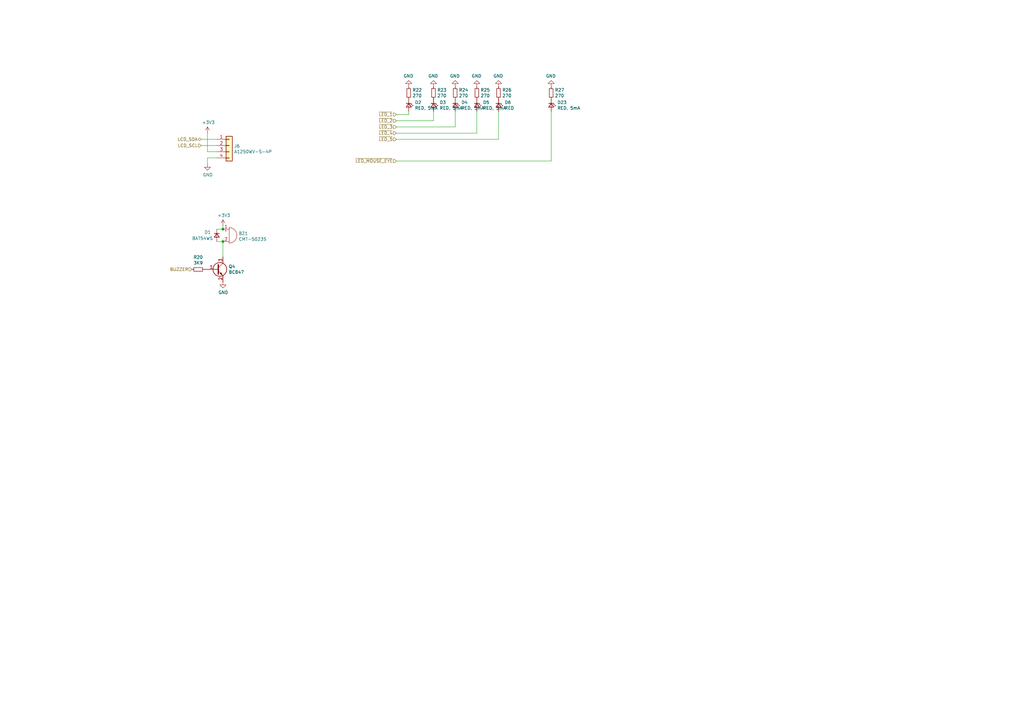
<source format=kicad_sch>
(kicad_sch (version 20211123) (generator eeschema)
  (paper "A3")
  (lib_symbols
    (symbol "Connector_Generic:Conn_01x04" (pin_names (offset 1.016) hide)
      (property "Reference" "J" (at 0 5.08 0))
      (property "Value" "Conn_01x04" (at 0 -7.62 0))
      (symbol "Conn_01x04_1_1"
        (rectangle (start -1.27 -4.953) (end 0 -5.207) (stroke (width 0.1524)))
        (rectangle (start -1.27 -2.413) (end 0 -2.667) (stroke (width 0.1524)))
        (rectangle (start -1.27 0.127) (end 0 -0.127) (stroke (width 0.1524)))
        (rectangle (start -1.27 2.667) (end 0 2.413) (stroke (width 0.1524)))
        (rectangle (start -1.27 3.81) (end 1.27 -6.35) (stroke (width 0.254)) (fill (type background)))
        (pin passive line (at -5.08 2.54 0) (length 3.81) (name "Pin_1") (number "1"))
        (pin passive line (at -5.08 0 0) (length 3.81) (name "Pin_2") (number "2"))
        (pin passive line (at -5.08 -2.54 0) (length 3.81) (name "Pin_3") (number "3"))
        (pin passive line (at -5.08 -5.08 0) (length 3.81) (name "Pin_4") (number "4"))
      )
    )
    (symbol "Device:Buzzer" (pin_names (offset 0.0254) hide)
      (property "Reference" "BZ" (at 3.81 1.27 0))
      (property "Value" "Buzzer" (at 3.81 -1.27 0))
      (symbol "Buzzer_0_1"
        (arc (start 0 -3.175) (mid 3.175 0) (end 0 3.175))
        (polyline (pts (xy -1.651 1.905) (xy -1.143 1.905)))
        (polyline (pts (xy -1.397 2.159) (xy -1.397 1.651)))
        (polyline (pts (xy 0 3.175) (xy 0 -3.175)))
      )
      (symbol "Buzzer_1_1"
        (pin passive line (at -2.54 2.54 0) (length 2.54) (name "-") (number "1"))
        (pin passive line (at -2.54 -2.54 0) (length 2.54) (name "+") (number "2"))
      )
    )
    (symbol "Device:D_Small" (pin_numbers hide) (pin_names (offset 0.254) hide)
      (property "Reference" "D" (at -1.27 2.032 0))
      (property "Value" "D_Small" (at -3.81 -2.032 0))
      (symbol "D_Small_0_1"
        (polyline (pts (xy -0.762 -1.016) (xy -0.762 1.016)) (stroke (width 0.254)))
        (polyline (pts (xy -0.762 0) (xy 0.762 0)))
        (polyline (pts (xy 0.762 -1.016) (xy -0.762 0) (xy 0.762 1.016) (xy 0.762 -1.016)) (stroke (width 0.254)))
      )
      (symbol "D_Small_1_1"
        (pin passive line (at -2.54 0 0) (length 1.778) (name "K") (number "1"))
        (pin passive line (at 2.54 0 180) (length 1.778) (name "A") (number "2"))
      )
    )
    (symbol "Device:LED_Small" (pin_numbers hide) (pin_names (offset 0.254) hide)
      (property "Reference" "D" (at -1.27 3.175 0))
      (property "Value" "LED_Small" (at -4.445 -2.54 0))
      (symbol "LED_Small_0_1"
        (polyline (pts (xy -0.762 -1.016) (xy -0.762 1.016)) (stroke (width 0.254)))
        (polyline (pts (xy 1.016 0) (xy -0.762 0)))
        (polyline (pts (xy 0.762 -1.016) (xy -0.762 0) (xy 0.762 1.016) (xy 0.762 -1.016)) (stroke (width 0.254)))
        (polyline (pts (xy 0 0.762) (xy -0.508 1.27) (xy -0.254 1.27) (xy -0.508 1.27) (xy -0.508 1.016)))
        (polyline (pts (xy 0.508 1.27) (xy 0 1.778) (xy 0.254 1.778) (xy 0 1.778) (xy 0 1.524)))
      )
      (symbol "LED_Small_1_1"
        (pin passive line (at -2.54 0 0) (length 1.778) (name "K") (number "1"))
        (pin passive line (at 2.54 0 180) (length 1.778) (name "A") (number "2"))
      )
    )
    (symbol "Device:R_Small" (pin_numbers hide) (pin_names (offset 0.254) hide)
      (property "Reference" "R" (at 0.762 0.508 0))
      (property "Value" "R_Small" (at 0.762 -1.016 0))
      (symbol "R_Small_0_1"
        (rectangle (start -0.762 1.778) (end 0.762 -1.778) (stroke (width 0.2032)))
      )
      (symbol "R_Small_1_1"
        (pin passive line (at 0 2.54 270) (length 0.762) (name "~") (number "1"))
        (pin passive line (at 0 -2.54 90) (length 0.762) (name "~") (number "2"))
      )
    )
    (symbol "Transistor_BJT:BC847" (pin_names (offset 0) hide)
      (property "Reference" "Q" (at 5.08 1.905 0))
      (property "Value" "BC847" (at 5.08 0 0))
      (symbol "BC847_0_1"
        (polyline (pts (xy 0.635 0.635) (xy 2.54 2.54)))
        (polyline (pts (xy 0.635 -0.635) (xy 2.54 -2.54) (xy 2.54 -2.54)))
        (polyline (pts (xy 0.635 1.905) (xy 0.635 -1.905) (xy 0.635 -1.905)) (stroke (width 0.508)))
        (polyline (pts (xy 1.27 -1.778) (xy 1.778 -1.27) (xy 2.286 -2.286) (xy 1.27 -1.778) (xy 1.27 -1.778)) (fill (type outline)))
        (circle (center 1.27 0) (radius 2.8194) (stroke (width 0.254)))
      )
      (symbol "BC847_1_1"
        (pin input line (at -5.08 0 0) (length 5.715) (name "B") (number "1"))
        (pin passive line (at 2.54 -5.08 90) (length 2.54) (name "E") (number "2"))
        (pin passive line (at 2.54 5.08 270) (length 2.54) (name "C") (number "3"))
      )
    )
    (symbol "power:+3V3" (power) (pin_names (offset 0))
      (property "Value" "+3V3" (at 0 3.556 0))
      (symbol "+3V3_0_1"
        (polyline (pts (xy -0.762 1.27) (xy 0 2.54)))
        (polyline (pts (xy 0 0) (xy 0 2.54)))
        (polyline (pts (xy 0 2.54) (xy 0.762 1.27)))
      )
      (symbol "+3V3_1_1"
        (pin power_in line (at 0 0 90) (length 0) hide (name "+3V3") (number "1"))
      )
    )
    (symbol "power:GND" (power) (pin_names (offset 0))
      (property "Value" "GND" (at 0 -3.81 0))
      (symbol "GND_0_1"
        (polyline (pts (xy 0 0) (xy 0 -1.27) (xy 1.27 -1.27) (xy 0 -2.54) (xy -1.27 -1.27) (xy 0 -1.27)))
      )
      (symbol "GND_1_1"
        (pin power_in line (at 0 0 270) (length 0) hide (name "GND") (number "1"))
      )
    )
  )
  (junction (at 91.44 99.06))
  (junction (at 91.44 93.98))
  (wire (pts (xy 167.64 45.72) (xy 167.64 46.99)))
  (wire (pts (xy 91.44 93.98) (xy 88.9 93.98)))
  (wire (pts (xy 204.47 57.15) (xy 162.56 57.15)))
  (wire (pts (xy 88.9 64.77) (xy 85.09 64.77)))
  (wire (pts (xy 204.47 45.72) (xy 204.47 57.15)))
  (wire (pts (xy 186.69 52.07) (xy 162.56 52.07)))
  (wire (pts (xy 167.64 46.99) (xy 162.56 46.99)))
  (wire (pts (xy 177.8 45.72) (xy 177.8 49.53)))
  (wire (pts (xy 88.9 59.69) (xy 82.55 59.69)))
  (wire (pts (xy 85.09 64.77) (xy 85.09 67.31)))
  (wire (pts (xy 91.44 99.06) (xy 88.9 99.06)))
  (wire (pts (xy 91.44 93.98) (xy 91.44 92.71)))
  (wire (pts (xy 195.58 45.72) (xy 195.58 54.61)))
  (wire (pts (xy 177.8 49.53) (xy 162.56 49.53)))
  (wire (pts (xy 88.9 57.15) (xy 82.55 57.15)))
  (wire (pts (xy 186.69 45.72) (xy 186.69 52.07)))
  (wire (pts (xy 85.09 62.23) (xy 85.09 54.61)))
  (wire (pts (xy 91.44 99.06) (xy 91.44 105.41)))
  (wire (pts (xy 88.9 62.23) (xy 85.09 62.23)))
  (wire (pts (xy 226.06 66.04) (xy 162.56 66.04)))
  (wire (pts (xy 226.06 45.72) (xy 226.06 66.04)))
  (wire (pts (xy 195.58 54.61) (xy 162.56 54.61)))
  (hierarchical_label "~{LED_5}" (shape input) (at 162.56 57.15 180))
  (hierarchical_label "~{LED_2}" (shape input) (at 162.56 49.53 180))
  (hierarchical_label "~{LED_4}" (shape input) (at 162.56 54.61 180))
  (hierarchical_label "LCD_SCL" (shape input) (at 82.55 59.69 180))
  (hierarchical_label "~{LED_MOUSE_EYE}" (shape input) (at 162.56 66.04 180))
  (hierarchical_label "~{LED_3}" (shape input) (at 162.56 52.07 180))
  (hierarchical_label "LCD_SDA" (shape bidirectional) (at 82.55 57.15 180))
  (hierarchical_label "~{LED_1}" (shape input) (at 162.56 46.99 180))
  (hierarchical_label "BUZZER" (shape input) (at 78.74 110.49 180))
  (symbol (lib_id "Device:D_Small") (at 88.9 96.52 90) (mirror x) (unit 1)
    (property "Reference" "D1" (at 83.82 95.25 90) (effects (justify right)))
    (property "Value" "BAT54WS" (at 78.74 97.79 90) (effects (justify right)))
    (property "Footprint" "Diode_SMD:D_SOD-323" (effects hide))
  )
  (symbol (lib_id "Connector_Generic:Conn_01x04") (at 93.98 59.69 0) (unit 1)
    (property "Reference" "J6" (at 96.012 59.8932 0) (effects (justify left)))
    (property "Value" "A1250WV-S-4P" (at 96.012 62.2046 0) (effects (justify left)))
    (property "Footprint" "connector_brd2brd:01x04_1.0x0.5mm_SMD" (effects hide))
  )
  (symbol (lib_id "power:+3V3") (at 85.09 54.61 0) (unit 1)
    (property "Reference" "#PWR0154" (effects hide))
    (property "Value" "+3V3" (at 85.471 50.2158 0))
  )
  (symbol (lib_id "power:GND") (at 85.09 67.31 0) (unit 1)
    (property "Reference" "#PWR0155" (effects hide))
    (property "Value" "GND" (at 85.217 71.7042 0))
  )
  (symbol (lib_id "Device:Buzzer") (at 93.98 96.52 0) (unit 1)
    (property "Reference" "BZ1" (at 97.8408 95.7834 0) (effects (justify left)))
    (property "Value" "CMT-5023S" (at 97.8408 98.0948 0) (effects (justify left)))
    (property "Footprint" "CMT-5023S-SMT-TR:CMT5023SSMTTR" (effects hide))
  )
  (symbol (lib_id "Transistor_BJT:BC847") (at 88.9 110.49 0) (unit 1)
    (property "Reference" "Q4" (at 93.7514 109.3216 0) (effects (justify left)))
    (property "Value" "BC847" (at 93.7514 111.633 0) (effects (justify left)))
    (property "Footprint" "Package_TO_SOT_SMD:SOT-23" (effects hide))
    (property "Datasheet" "http://www.infineon.com/dgdl/Infineon-BC847SERIES_BC848SERIES_BC849SERIES_BC850SERIES-DS-v01_01-en.pdf?fileId=db3a304314dca389011541d4630a1657" (effects hide))
  )
  (symbol (lib_id "Device:R_Small") (at 81.28 110.49 270) (unit 1)
    (property "Reference" "R20" (at 81.28 105.5116 90))
    (property "Value" "3K9" (at 81.28 107.823 90))
    (property "Footprint" "Resistor_SMD:R_0402_1005Metric" (effects hide))
  )
  (symbol (lib_id "power:+3V3") (at 91.44 92.71 0) (unit 1)
    (property "Reference" "#PWR0156" (effects hide))
    (property "Value" "+3V3" (at 91.821 88.3158 0))
  )
  (symbol (lib_id "power:GND") (at 91.44 115.57 0) (unit 1)
    (property "Reference" "#PWR0157" (effects hide))
    (property "Value" "GND" (at 91.567 119.9642 0))
  )
  (symbol (lib_id "Device:LED_Small") (at 167.64 43.18 270) (unit 1)
    (property "Reference" "D2" (at 170.1292 42.0116 90) (effects (justify left)))
    (property "Value" "RED, 5mA" (at 170.1292 44.323 90) (effects (justify left)))
    (property "Footprint" "LED_SMD:LED_0402_1005Metric" (effects hide))
  )
  (symbol (lib_id "Device:R_Small") (at 167.64 38.1 180) (unit 1)
    (property "Reference" "R22" (at 169.1386 36.9316 0) (effects (justify right)))
    (property "Value" "270" (at 169.1386 39.243 0) (effects (justify right)))
    (property "Footprint" "Resistor_SMD:R_0402_1005Metric" (effects hide))
  )
  (symbol (lib_id "Device:LED_Small") (at 177.8 43.18 270) (unit 1)
    (property "Reference" "D3" (at 180.2892 42.0116 90) (effects (justify left)))
    (property "Value" "RED, 5mA" (at 180.2892 44.323 90) (effects (justify left)))
    (property "Footprint" "LED_SMD:LED_0402_1005Metric" (effects hide))
  )
  (symbol (lib_id "Device:R_Small") (at 177.8 38.1 180) (unit 1)
    (property "Reference" "R23" (at 179.2986 36.9316 0) (effects (justify right)))
    (property "Value" "270" (at 179.2986 39.243 0) (effects (justify right)))
    (property "Footprint" "Resistor_SMD:R_0402_1005Metric" (effects hide))
  )
  (symbol (lib_id "Device:LED_Small") (at 186.69 43.18 270) (unit 1)
    (property "Reference" "D4" (at 189.1792 42.0116 90) (effects (justify left)))
    (property "Value" "RED, 5mA" (at 189.1792 44.323 90) (effects (justify left)))
    (property "Footprint" "LED_SMD:LED_0402_1005Metric" (effects hide))
  )
  (symbol (lib_id "Device:R_Small") (at 186.69 38.1 180) (unit 1)
    (property "Reference" "R24" (at 188.1886 36.9316 0) (effects (justify right)))
    (property "Value" "270" (at 188.1886 39.243 0) (effects (justify right)))
    (property "Footprint" "Resistor_SMD:R_0402_1005Metric" (effects hide))
  )
  (symbol (lib_id "Device:LED_Small") (at 195.58 43.18 270) (unit 1)
    (property "Reference" "D5" (at 198.0692 42.0116 90) (effects (justify left)))
    (property "Value" "RED, 5mA" (at 198.0692 44.323 90) (effects (justify left)))
    (property "Footprint" "LED_SMD:LED_0402_1005Metric" (effects hide))
  )
  (symbol (lib_id "Device:R_Small") (at 195.58 38.1 180) (unit 1)
    (property "Reference" "R25" (at 197.0786 36.9316 0) (effects (justify right)))
    (property "Value" "270" (at 197.0786 39.243 0) (effects (justify right)))
    (property "Footprint" "Resistor_SMD:R_0402_1005Metric" (effects hide))
  )
  (symbol (lib_id "Device:LED_Small") (at 204.47 43.18 270) (unit 1)
    (property "Reference" "D6" (at 206.9592 42.0116 90) (effects (justify left)))
    (property "Value" "RED" (at 206.9592 44.323 90) (effects (justify left)))
    (property "Footprint" "LED_SMD:LED_0402_1005Metric" (effects hide))
  )
  (symbol (lib_id "Device:R_Small") (at 204.47 38.1 180) (unit 1)
    (property "Reference" "R26" (at 205.9686 36.9316 0) (effects (justify right)))
    (property "Value" "270" (at 205.9686 39.243 0) (effects (justify right)))
    (property "Footprint" "Resistor_SMD:R_0402_1005Metric" (effects hide))
  )
  (symbol (lib_id "Device:R_Small") (at 226.06 38.1 180) (unit 1)
    (property "Reference" "R27" (at 227.5586 36.9316 0) (effects (justify right)))
    (property "Value" "270" (at 227.5586 39.243 0) (effects (justify right)))
    (property "Footprint" "Resistor_SMD:R_0402_1005Metric" (effects hide))
  )
  (symbol (lib_id "Device:LED_Small") (at 226.06 43.18 270) (unit 1)
    (property "Reference" "D23" (at 228.5492 42.0116 90) (effects (justify left)))
    (property "Value" "RED, 5mA" (at 228.5492 44.323 90) (effects (justify left)))
    (property "Footprint" "LED_SMD:LED_0402_1005Metric" (effects hide))
  )
  (symbol (lib_id "power:GND") (at 167.64 35.56 180) (unit 1)
    (property "Reference" "#PWR0160" (effects hide))
    (property "Value" "GND" (at 167.513 31.1658 0))
  )
  (symbol (lib_id "power:GND") (at 177.8 35.56 180) (unit 1)
    (property "Reference" "#PWR0161" (effects hide))
    (property "Value" "GND" (at 177.673 31.1658 0))
  )
  (symbol (lib_id "power:GND") (at 186.69 35.56 180) (unit 1)
    (property "Reference" "#PWR0162" (effects hide))
    (property "Value" "GND" (at 186.563 31.1658 0))
  )
  (symbol (lib_id "power:GND") (at 195.58 35.56 180) (unit 1)
    (property "Reference" "#PWR0163" (effects hide))
    (property "Value" "GND" (at 195.453 31.1658 0))
  )
  (symbol (lib_id "power:GND") (at 204.47 35.56 180) (unit 1)
    (property "Reference" "#PWR0164" (effects hide))
    (property "Value" "GND" (at 204.343 31.1658 0))
  )
  (symbol (lib_id "power:GND") (at 226.06 35.56 180) (unit 1)
    (property "Reference" "#PWR0165" (effects hide))
    (property "Value" "GND" (at 225.933 31.1658 0))
  )
)
</source>
